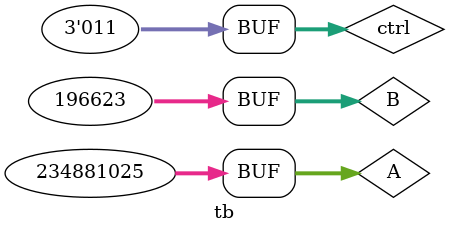
<source format=v>
module tb();

  reg [31:0] A,B;
  reg [2:0] ctrl;
  wire [31:0] Result;
  wire Z,N,C,V;
  
  Flags_ALU dut(
    .A(A), .B(B), .ctrl(ctrl), .Result(Result), .Z(Z), .N(N), .C(C), .V(V)
  );

  initial begin
    $dumpfile("dump.vcd");
    $dumpvars(0);
  end

  initial begin
    A <= 32'b00000000000000000000000001000110;
    B <= 32'b00000000000000000000000000110010;
    ctrl <= 3'b000;
    #100;
    
    A <= 32'b00000000000000000001000000111100;
    B <= 32'b00000000000000000001000000111100;
    ctrl <= 3'b001;
    #100;

    A <= 32'b10000000000000000000000000000011;
    B <= 32'b10000000000000000000000000000000;
    ctrl <= 3'b000;
    #100;
      
    A <= 32'b01010101010101010101010101010101;
    B <= 32'b10101010101010101010101010101010;
    ctrl <= 3'b010;
    #100;
    
    A <= 32'b00001110000000000000000000000001;
    B <= 32'b00000000000000110000000000001111;
    ctrl <= 3'b011;
    #100;
  end

endmodule
</source>
